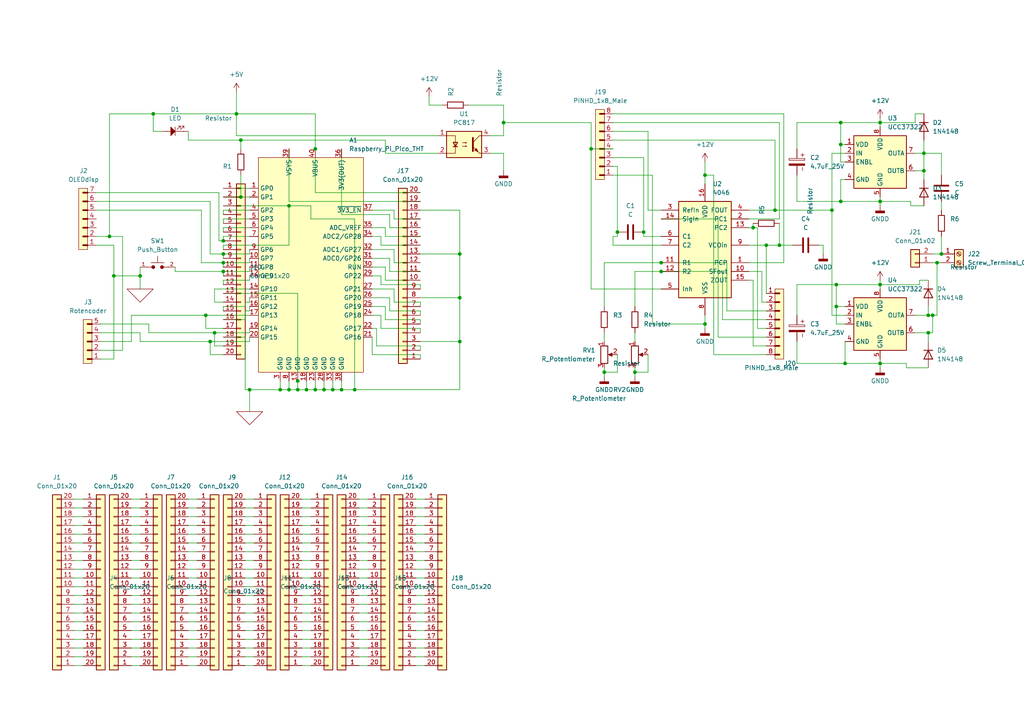
<source format=kicad_sch>
(kicad_sch (version 20230121) (generator eeschema)
  (paper "A4")
  (junction (at 91.44 43.18))
  (junction (at 204.47 93.98))
  (junction (at 99.06 113.03))
  (junction (at 64.77 73.66))
  (junction (at 255.27 105.41))
  (junction (at 86.36 110.49))
  (junction (at 171.45 43.18))
  (junction (at 255.27 82.55))
  (junction (at 83.82 59.69))
  (junction (at 191.77 78.74))
  (junction (at 241.3 60.96))
  (junction (at 269.24 96.52))
  (junction (at 96.52 113.03))
  (junction (at 191.77 76.2))
  (junction (at 271.78 76.2))
  (junction (at 186.69 67.31))
  (junction (at 81.28 113.03))
  (junction (at 267.97 49.53))
  (junction (at 204.47 50.8))
  (junction (at 72.39 113.03))
  (junction (at 133.35 86.36))
  (junction (at 270.51 91.44))
  (junction (at 218.44 66.04))
  (junction (at 44.45 33.02))
  (junction (at 267.97 44.45))
  (junction (at 222.25 71.12))
  (junction (at 40.64 80.01))
  (junction (at 64.77 69.85))
  (junction (at 242.57 88.9))
  (junction (at 91.44 113.03))
  (junction (at 242.57 82.55))
  (junction (at 33.02 80.01))
  (junction (at 62.23 96.52))
  (junction (at 243.84 58.42))
  (junction (at 273.05 73.66))
  (junction (at 245.11 105.41))
  (junction (at 69.85 57.15))
  (junction (at 64.77 76.2))
  (junction (at 146.05 35.56))
  (junction (at 102.87 113.03))
  (junction (at 226.06 71.12))
  (junction (at 184.15 107.95))
  (junction (at 133.35 99.06))
  (junction (at 68.58 33.02))
  (junction (at 83.82 113.03))
  (junction (at 224.79 60.96))
  (junction (at 93.98 113.03))
  (junction (at 31.75 68.58))
  (junction (at 175.26 107.95))
  (junction (at 133.35 73.66))
  (junction (at 255.27 35.56))
  (junction (at 88.9 113.03))
  (junction (at 243.84 41.91))
  (junction (at 243.84 35.56))
  (junction (at 255.27 58.42))
  (junction (at 269.24 91.44))
  (junction (at 64.77 78.74))
  (junction (at 69.85 40.64))
  (junction (at 86.36 113.03))
  (junction (at 59.69 91.44))
  (junction (at 60.96 99.06))
  (junction (at 179.07 67.31))
  (wire (pts (xy 177.8 50.8) (xy 189.23 50.8)))
  (wire (pts (xy 54.61 185.42) (xy 57.15 185.42)))
  (wire (pts (xy 120.65 177.8) (xy 123.19 177.8)))
  (wire (pts (xy 38.1 162.56) (xy 40.64 162.56)))
  (wire (pts (xy 91.44 33.02) (xy 91.44 43.18)))
  (wire (pts (xy 104.14 180.34) (xy 106.68 180.34)))
  (wire (pts (xy 64.77 69.85) (xy 63.5 69.85)))
  (wire (pts (xy 44.45 38.1) (xy 46.99 38.1)))
  (wire (pts (xy 217.17 78.74) (xy 220.98 78.74)))
  (wire (pts (xy 91.44 110.49) (xy 91.44 113.03)))
  (wire (pts (xy 231.14 50.8) (xy 231.14 58.42)))
  (wire (pts (xy 64.77 71.12) (xy 83.82 71.12)))
  (wire (pts (xy 87.63 190.5) (xy 90.17 190.5)))
  (wire (pts (xy 124.46 27.94) (xy 124.46 30.48)))
  (wire (pts (xy 184.15 107.95) (xy 184.15 109.22)))
  (wire (pts (xy 208.28 97.79) (xy 208.28 63.5)))
  (wire (pts (xy 87.63 175.26) (xy 90.17 175.26)))
  (wire (pts (xy 242.57 82.55) (xy 242.57 88.9)))
  (wire (pts (xy 187.96 107.95) (xy 187.96 102.87)))
  (wire (pts (xy 262.89 106.68) (xy 262.89 105.41)))
  (wire (pts (xy 64.77 72.39) (xy 64.77 71.12)))
  (wire (pts (xy 71.12 149.86) (xy 73.66 149.86)))
  (wire (pts (xy 184.15 96.52) (xy 184.15 99.06)))
  (wire (pts (xy 222.25 71.12) (xy 222.25 85.09)))
  (wire (pts (xy 264.16 59.69) (xy 264.16 58.42)))
  (wire (pts (xy 54.61 147.32) (xy 57.15 147.32)))
  (wire (pts (xy 120.65 165.1) (xy 123.19 165.1)))
  (wire (pts (xy 104.14 170.18) (xy 106.68 170.18)))
  (wire (pts (xy 121.92 96.52) (xy 121.92 95.25)))
  (wire (pts (xy 114.3 72.39) (xy 107.95 72.39)))
  (wire (pts (xy 81.28 113.03) (xy 81.28 110.49)))
  (wire (pts (xy 40.64 80.01) (xy 40.64 83.82)))
  (wire (pts (xy 187.96 60.96) (xy 187.96 38.1)))
  (wire (pts (xy 72.39 68.58) (xy 64.77 68.58)))
  (wire (pts (xy 71.12 113.03) (xy 72.39 113.03)))
  (wire (pts (xy 110.49 82.55) (xy 110.49 80.01)))
  (wire (pts (xy 64.77 57.15) (xy 69.85 57.15)))
  (wire (pts (xy 267.97 33.02) (xy 265.43 33.02)))
  (wire (pts (xy 87.63 157.48) (xy 90.17 157.48)))
  (wire (pts (xy 62.23 83.82) (xy 62.23 87.63)))
  (wire (pts (xy 21.59 162.56) (xy 24.13 162.56)))
  (wire (pts (xy 191.77 78.74) (xy 184.15 78.74)))
  (wire (pts (xy 243.84 52.07) (xy 243.84 58.42)))
  (wire (pts (xy 121.92 99.06) (xy 133.35 99.06)))
  (wire (pts (xy 21.59 193.04) (xy 24.13 193.04)))
  (wire (pts (xy 38.1 172.72) (xy 40.64 172.72)))
  (wire (pts (xy 267.97 49.53) (xy 267.97 44.45)))
  (wire (pts (xy 186.69 67.31) (xy 186.69 68.58)))
  (wire (pts (xy 120.65 182.88) (xy 123.19 182.88)))
  (wire (pts (xy 104.14 160.02) (xy 106.68 160.02)))
  (wire (pts (xy 87.63 193.04) (xy 90.17 193.04)))
  (wire (pts (xy 69.85 40.64) (xy 54.61 40.64)))
  (wire (pts (xy 107.95 102.87) (xy 107.95 97.79)))
  (wire (pts (xy 113.03 90.17) (xy 113.03 86.36)))
  (wire (pts (xy 121.92 83.82) (xy 121.92 82.55)))
  (wire (pts (xy 58.42 60.96) (xy 27.94 60.96)))
  (wire (pts (xy 273.05 44.45) (xy 273.05 50.8)))
  (wire (pts (xy 217.17 60.96) (xy 224.79 60.96)))
  (wire (pts (xy 245.11 93.98) (xy 242.57 93.98)))
  (wire (pts (xy 104.14 172.72) (xy 106.68 172.72)))
  (wire (pts (xy 264.16 58.42) (xy 255.27 58.42)))
  (wire (pts (xy 179.07 67.31) (xy 179.07 68.58)))
  (wire (pts (xy 72.39 76.2) (xy 64.77 76.2)))
  (wire (pts (xy 69.85 40.64) (xy 69.85 43.18)))
  (wire (pts (xy 87.63 165.1) (xy 90.17 165.1)))
  (wire (pts (xy 110.49 91.44) (xy 107.95 91.44)))
  (wire (pts (xy 72.39 63.5) (xy 64.77 63.5)))
  (wire (pts (xy 62.23 96.52) (xy 43.18 96.52)))
  (wire (pts (xy 270.51 91.44) (xy 271.78 91.44)))
  (wire (pts (xy 87.63 182.88) (xy 90.17 182.88)))
  (wire (pts (xy 68.58 26.67) (xy 68.58 33.02)))
  (wire (pts (xy 38.1 187.96) (xy 40.64 187.96)))
  (wire (pts (xy 255.27 35.56) (xy 255.27 36.83)))
  (wire (pts (xy 120.65 160.02) (xy 123.19 160.02)))
  (wire (pts (xy 71.12 180.34) (xy 73.66 180.34)))
  (wire (pts (xy 43.18 93.98) (xy 43.18 96.52)))
  (wire (pts (xy 71.12 92.71) (xy 71.12 90.17)))
  (wire (pts (xy 83.82 71.12) (xy 83.82 59.69)))
  (wire (pts (xy 27.94 71.12) (xy 33.02 71.12)))
  (wire (pts (xy 38.1 170.18) (xy 40.64 170.18)))
  (wire (pts (xy 68.58 33.02) (xy 91.44 33.02)))
  (wire (pts (xy 269.24 96.52) (xy 265.43 96.52)))
  (wire (pts (xy 64.77 66.04) (xy 64.77 67.31)))
  (wire (pts (xy 104.14 185.42) (xy 106.68 185.42)))
  (wire (pts (xy 86.36 110.49) (xy 86.36 113.03)))
  (wire (pts (xy 242.57 82.55) (xy 255.27 82.55)))
  (wire (pts (xy 87.63 167.64) (xy 90.17 167.64)))
  (wire (pts (xy 83.82 59.69) (xy 90.17 59.69)))
  (wire (pts (xy 72.39 97.79) (xy 72.39 99.06)))
  (wire (pts (xy 64.77 88.9) (xy 64.77 90.17)))
  (wire (pts (xy 241.3 44.45) (xy 245.11 44.45)))
  (wire (pts (xy 227.33 76.2) (xy 217.17 76.2)))
  (wire (pts (xy 242.57 88.9) (xy 242.57 93.98)))
  (wire (pts (xy 243.84 58.42) (xy 255.27 58.42)))
  (wire (pts (xy 64.77 97.79) (xy 71.12 97.79)))
  (wire (pts (xy 104.14 187.96) (xy 106.68 187.96)))
  (wire (pts (xy 71.12 90.17) (xy 72.39 90.17)))
  (wire (pts (xy 50.8 78.74) (xy 50.8 77.47)))
  (wire (pts (xy 38.1 160.02) (xy 40.64 160.02)))
  (wire (pts (xy 87.63 147.32) (xy 90.17 147.32)))
  (wire (pts (xy 104.14 157.48) (xy 106.68 157.48)))
  (wire (pts (xy 38.1 149.86) (xy 40.64 149.86)))
  (wire (pts (xy 72.39 91.44) (xy 59.69 91.44)))
  (wire (pts (xy 231.14 43.18) (xy 231.14 35.56)))
  (wire (pts (xy 72.39 74.93) (xy 72.39 76.2)))
  (wire (pts (xy 44.45 33.02) (xy 31.75 33.02)))
  (wire (pts (xy 33.02 104.14) (xy 29.21 104.14)))
  (wire (pts (xy 96.52 110.49) (xy 96.52 113.03)))
  (wire (pts (xy 217.17 71.12) (xy 222.25 71.12)))
  (wire (pts (xy 38.1 147.32) (xy 40.64 147.32)))
  (wire (pts (xy 267.97 40.64) (xy 267.97 44.45)))
  (wire (pts (xy 265.43 91.44) (xy 269.24 91.44)))
  (wire (pts (xy 64.77 68.58) (xy 64.77 69.85)))
  (wire (pts (xy 35.56 68.58) (xy 31.75 68.58)))
  (wire (pts (xy 187.96 38.1) (xy 177.8 38.1)))
  (wire (pts (xy 226.06 35.56) (xy 177.8 35.56)))
  (wire (pts (xy 269.24 81.28) (xy 266.7 81.28)))
  (wire (pts (xy 121.92 86.36) (xy 133.35 86.36)))
  (wire (pts (xy 226.06 63.5) (xy 226.06 35.56)))
  (wire (pts (xy 104.14 152.4) (xy 106.68 152.4)))
  (wire (pts (xy 265.43 33.02) (xy 265.43 35.56)))
  (wire (pts (xy 104.14 144.78) (xy 106.68 144.78)))
  (wire (pts (xy 104.14 147.32) (xy 106.68 147.32)))
  (wire (pts (xy 270.51 96.52) (xy 269.24 96.52)))
  (wire (pts (xy 226.06 71.12) (xy 229.87 71.12)))
  (wire (pts (xy 266.7 81.28) (xy 266.7 82.55)))
  (wire (pts (xy 102.87 63.5) (xy 102.87 113.03)))
  (wire (pts (xy 54.61 152.4) (xy 57.15 152.4)))
  (wire (pts (xy 269.24 88.9) (xy 269.24 91.44)))
  (wire (pts (xy 238.76 71.12) (xy 238.76 73.66)))
  (wire (pts (xy 224.79 60.96) (xy 241.3 60.96)))
  (wire (pts (xy 120.65 185.42) (xy 123.19 185.42)))
  (wire (pts (xy 121.92 90.17) (xy 113.03 90.17)))
  (wire (pts (xy 71.12 190.5) (xy 73.66 190.5)))
  (wire (pts (xy 171.45 35.56) (xy 146.05 35.56)))
  (wire (pts (xy 21.59 190.5) (xy 24.13 190.5)))
  (wire (pts (xy 104.14 177.8) (xy 106.68 177.8)))
  (wire (pts (xy 245.11 88.9) (xy 242.57 88.9)))
  (wire (pts (xy 255.27 105.41) (xy 255.27 104.14)))
  (wire (pts (xy 110.49 95.25) (xy 110.49 91.44)))
  (wire (pts (xy 104.14 149.86) (xy 106.68 149.86)))
  (wire (pts (xy 71.12 177.8) (xy 73.66 177.8)))
  (wire (pts (xy 33.02 80.01) (xy 40.64 80.01)))
  (wire (pts (xy 71.12 170.18) (xy 73.66 170.18)))
  (wire (pts (xy 207.01 50.8) (xy 204.47 50.8)))
  (wire (pts (xy 245.11 99.06) (xy 245.11 105.41)))
  (wire (pts (xy 177.8 71.12) (xy 177.8 68.58)))
  (wire (pts (xy 133.35 86.36) (xy 133.35 73.66)))
  (wire (pts (xy 71.12 97.79) (xy 71.12 113.03)))
  (wire (pts (xy 222.25 71.12) (xy 226.06 71.12)))
  (wire (pts (xy 231.14 91.44) (xy 231.14 82.55)))
  (wire (pts (xy 63.5 69.85) (xy 63.5 55.88)))
  (wire (pts (xy 104.14 175.26) (xy 106.68 175.26)))
  (wire (pts (xy 113.03 78.74) (xy 113.03 74.93)))
  (wire (pts (xy 99.06 113.03) (xy 102.87 113.03)))
  (wire (pts (xy 120.65 193.04) (xy 123.19 193.04)))
  (wire (pts (xy 62.23 100.33) (xy 64.77 100.33)))
  (wire (pts (xy 83.82 110.49) (xy 83.82 113.03)))
  (wire (pts (xy 114.3 63.5) (xy 114.3 60.96)))
  (wire (pts (xy 71.12 154.94) (xy 73.66 154.94)))
  (wire (pts (xy 21.59 160.02) (xy 24.13 160.02)))
  (wire (pts (xy 243.84 35.56) (xy 255.27 35.56)))
  (wire (pts (xy 83.82 113.03) (xy 81.28 113.03)))
  (wire (pts (xy 146.05 44.45) (xy 146.05 49.53)))
  (wire (pts (xy 121.92 100.33) (xy 109.22 100.33)))
  (wire (pts (xy 63.5 55.88) (xy 27.94 55.88)))
  (wire (pts (xy 71.12 182.88) (xy 73.66 182.88)))
  (wire (pts (xy 54.61 149.86) (xy 57.15 149.86)))
  (wire (pts (xy 90.17 63.5) (xy 102.87 63.5)))
  (wire (pts (xy 121.92 93.98) (xy 121.92 92.71)))
  (wire (pts (xy 71.12 167.64) (xy 73.66 167.64)))
  (wire (pts (xy 54.61 170.18) (xy 57.15 170.18)))
  (wire (pts (xy 120.65 187.96) (xy 123.19 187.96)))
  (wire (pts (xy 224.79 40.64) (xy 224.79 60.96)))
  (wire (pts (xy 54.61 190.5) (xy 57.15 190.5)))
  (wire (pts (xy 54.61 177.8) (xy 57.15 177.8)))
  (wire (pts (xy 87.63 149.86) (xy 90.17 149.86)))
  (wire (pts (xy 265.43 35.56) (xy 255.27 35.56)))
  (wire (pts (xy 86.36 85.09) (xy 64.77 85.09)))
  (wire (pts (xy 177.8 48.26) (xy 179.07 48.26)))
  (wire (pts (xy 218.44 66.04) (xy 217.17 66.04)))
  (wire (pts (xy 204.47 46.99) (xy 204.47 50.8)))
  (wire (pts (xy 266.7 82.55) (xy 255.27 82.55)))
  (wire (pts (xy 231.14 35.56) (xy 243.84 35.56)))
  (wire (pts (xy 64.77 76.2) (xy 64.77 77.47)))
  (wire (pts (xy 38.1 193.04) (xy 40.64 193.04)))
  (wire (pts (xy 88.9 113.03) (xy 86.36 113.03)))
  (wire (pts (xy 87.63 160.02) (xy 90.17 160.02)))
  (wire (pts (xy 87.63 187.96) (xy 90.17 187.96)))
  (wire (pts (xy 21.59 177.8) (xy 24.13 177.8)))
  (wire (pts (xy 54.61 157.48) (xy 57.15 157.48)))
  (wire (pts (xy 21.59 172.72) (xy 24.13 172.72)))
  (wire (pts (xy 222.25 102.87) (xy 207.01 102.87)))
  (wire (pts (xy 104.14 165.1) (xy 106.68 165.1)))
  (wire (pts (xy 64.77 78.74) (xy 64.77 80.01)))
  (wire (pts (xy 71.12 144.78) (xy 73.66 144.78)))
  (wire (pts (xy 59.69 95.25) (xy 59.69 91.44)))
  (wire (pts (xy 110.49 71.12) (xy 121.92 71.12)))
  (wire (pts (xy 87.63 144.78) (xy 90.17 144.78)))
  (wire (pts (xy 54.61 167.64) (xy 57.15 167.64)))
  (wire (pts (xy 217.17 63.5) (xy 226.06 63.5)))
  (wire (pts (xy 29.21 101.6) (xy 35.56 101.6)))
  (wire (pts (xy 87.63 154.94) (xy 90.17 154.94)))
  (wire (pts (xy 177.8 45.72) (xy 186.69 45.72)))
  (wire (pts (xy 191.77 83.82) (xy 171.45 83.82)))
  (wire (pts (xy 120.65 144.78) (xy 123.19 144.78)))
  (wire (pts (xy 60.96 102.87) (xy 64.77 102.87)))
  (wire (pts (xy 54.61 180.34) (xy 57.15 180.34)))
  (wire (pts (xy 222.25 90.17) (xy 210.82 90.17)))
  (wire (pts (xy 72.39 78.74) (xy 64.77 78.74)))
  (wire (pts (xy 64.77 76.2) (xy 58.42 76.2)))
  (wire (pts (xy 71.12 193.04) (xy 73.66 193.04)))
  (wire (pts (xy 87.63 177.8) (xy 90.17 177.8)))
  (wire (pts (xy 120.65 149.86) (xy 123.19 149.86)))
  (wire (pts (xy 209.55 92.71) (xy 209.55 78.74)))
  (wire (pts (xy 72.39 80.01) (xy 72.39 81.28)))
  (wire (pts (xy 267.97 59.69) (xy 264.16 59.69)))
  (wire (pts (xy 226.06 64.77) (xy 226.06 71.12)))
  (wire (pts (xy 87.63 162.56) (xy 90.17 162.56)))
  (wire (pts (xy 91.44 43.18) (xy 91.44 55.88)))
  (wire (pts (xy 71.12 187.96) (xy 73.66 187.96)))
  (wire (pts (xy 99.06 62.23) (xy 99.06 43.18)))
  (wire (pts (xy 54.61 175.26) (xy 57.15 175.26)))
  (wire (pts (xy 72.39 90.17) (xy 72.39 88.9)))
  (wire (pts (xy 222.25 97.79) (xy 208.28 97.79)))
  (wire (pts (xy 86.36 113.03) (xy 83.82 113.03)))
  (wire (pts (xy 267.97 44.45) (xy 273.05 44.45)))
  (wire (pts (xy 21.59 144.78) (xy 24.13 144.78)))
  (wire (pts (xy 43.18 93.98) (xy 29.21 93.98)))
  (wire (pts (xy 241.3 91.44) (xy 241.3 60.96)))
  (wire (pts (xy 72.39 72.39) (xy 72.39 73.66)))
  (wire (pts (xy 54.61 172.72) (xy 57.15 172.72)))
  (wire (pts (xy 38.1 167.64) (xy 40.64 167.64)))
  (wire (pts (xy 71.12 160.02) (xy 73.66 160.02)))
  (wire (pts (xy 175.26 106.68) (xy 175.26 107.95)))
  (wire (pts (xy 40.64 96.52) (xy 40.64 99.06)))
  (wire (pts (xy 146.05 39.37) (xy 146.05 35.56)))
  (wire (pts (xy 60.96 99.06) (xy 40.64 99.06)))
  (wire (pts (xy 245.11 105.41) (xy 255.27 105.41)))
  (wire (pts (xy 88.9 110.49) (xy 88.9 113.03)))
  (wire (pts (xy 104.14 162.56) (xy 106.68 162.56)))
  (wire (pts (xy 245.11 52.07) (xy 243.84 52.07)))
  (wire (pts (xy 60.96 73.66) (xy 60.96 58.42)))
  (wire (pts (xy 186.69 45.72) (xy 186.69 67.31)))
  (wire (pts (xy 231.14 82.55) (xy 242.57 82.55)))
  (wire (pts (xy 111.76 66.04) (xy 107.95 66.04)))
  (wire (pts (xy 38.1 91.44) (xy 38.1 99.06)))
  (wire (pts (xy 64.77 95.25) (xy 59.69 95.25)))
  (wire (pts (xy 111.76 92.71) (xy 111.76 88.9)))
  (wire (pts (xy 120.65 167.64) (xy 123.19 167.64)))
  (wire (pts (xy 110.49 68.58) (xy 110.49 71.12)))
  (wire (pts (xy 262.89 105.41) (xy 255.27 105.41)))
  (wire (pts (xy 54.61 144.78) (xy 57.15 144.78)))
  (wire (pts (xy 177.8 40.64) (xy 224.79 40.64)))
  (wire (pts (xy 146.05 30.48) (xy 146.05 35.56)))
  (wire (pts (xy 21.59 167.64) (xy 24.13 167.64)))
  (wire (pts (xy 71.12 152.4) (xy 73.66 152.4)))
  (wire (pts (xy 210.82 90.17) (xy 210.82 76.2)))
  (wire (pts (xy 111.76 40.64) (xy 111.76 44.45)))
  (wire (pts (xy 191.77 76.2) (xy 175.26 76.2)))
  (wire (pts (xy 114.3 83.82) (xy 107.95 83.82)))
  (wire (pts (xy 255.27 34.29) (xy 255.27 35.56)))
  (wire (pts (xy 64.77 73.66) (xy 60.96 73.66)))
  (wire (pts (xy 71.12 88.9) (xy 64.77 88.9)))
  (wire (pts (xy 121.92 87.63) (xy 114.3 87.63)))
  (wire (pts (xy 72.39 83.82) (xy 62.23 83.82)))
  (wire (pts (xy 219.71 66.04) (xy 218.44 66.04)))
  (wire (pts (xy 186.69 68.58) (xy 191.77 68.58)))
  (wire (pts (xy 124.46 30.48) (xy 128.27 30.48)))
  (wire (pts (xy 38.1 177.8) (xy 40.64 177.8)))
  (wire (pts (xy 120.65 190.5) (xy 123.19 190.5)))
  (wire (pts (xy 222.25 100.33) (xy 218.44 100.33)))
  (wire (pts (xy 209.55 78.74) (xy 191.77 78.74)))
  (wire (pts (xy 59.69 91.44) (xy 38.1 91.44)))
  (wire (pts (xy 218.44 64.77) (xy 218.44 66.04)))
  (wire (pts (xy 62.23 87.63) (xy 64.77 87.63)))
  (wire (pts (xy 270.51 91.44) (xy 270.51 96.52)))
  (wire (pts (xy 133.35 73.66) (xy 133.35 60.96)))
  (wire (pts (xy 54.61 40.64) (xy 54.61 38.1)))
  (wire (pts (xy 38.1 175.26) (xy 40.64 175.26)))
  (wire (pts (xy 120.65 152.4) (xy 123.19 152.4)))
  (wire (pts (xy 120.65 147.32) (xy 123.19 147.32)))
  (wire (pts (xy 265.43 44.45) (xy 267.97 44.45)))
  (wire (pts (xy 114.3 76.2) (xy 114.3 72.39)))
  (wire (pts (xy 54.61 193.04) (xy 57.15 193.04)))
  (wire (pts (xy 111.76 77.47) (xy 107.95 77.47)))
  (wire (pts (xy 184.15 78.74) (xy 184.15 88.9)))
  (wire (pts (xy 33.02 80.01) (xy 33.02 104.14)))
  (wire (pts (xy 69.85 57.15) (xy 72.39 57.15)))
  (wire (pts (xy 35.56 101.6) (xy 35.56 68.58)))
  (wire (pts (xy 83.82 58.42) (xy 83.82 43.18)))
  (wire (pts (xy 38.1 144.78) (xy 40.64 144.78)))
  (wire (pts (xy 133.35 99.06) (xy 133.35 86.36)))
  (wire (pts (xy 175.26 96.52) (xy 175.26 99.06)))
  (wire (pts (xy 104.14 190.5) (xy 106.68 190.5)))
  (wire (pts (xy 87.63 170.18) (xy 90.17 170.18)))
  (wire (pts (xy 40.64 77.47) (xy 40.64 80.01)))
  (wire (pts (xy 68.58 33.02) (xy 44.45 33.02)))
  (wire (pts (xy 111.76 44.45) (xy 127 44.45)))
  (wire (pts (xy 104.14 167.64) (xy 106.68 167.64)))
  (wire (pts (xy 121.92 101.6) (xy 121.92 100.33)))
  (wire (pts (xy 204.47 91.44) (xy 204.47 93.98)))
  (wire (pts (xy 265.43 49.53) (xy 267.97 49.53)))
  (wire (pts (xy 231.14 58.42) (xy 243.84 58.42)))
  (wire (pts (xy 218.44 100.33) (xy 218.44 81.28)))
  (wire (pts (xy 64.77 63.5) (xy 64.77 64.77)))
  (wire (pts (xy 113.03 66.04) (xy 113.03 62.23)))
  (wire (pts (xy 114.3 87.63) (xy 114.3 83.82)))
  (wire (pts (xy 175.26 107.95) (xy 175.26 109.22)))
  (wire (pts (xy 121.92 68.58) (xy 111.76 68.58)))
  (wire (pts (xy 189.23 93.98) (xy 204.47 93.98)))
  (wire (pts (xy 21.59 170.18) (xy 24.13 170.18)))
  (wire (pts (xy 121.92 82.55) (xy 110.49 82.55)))
  (wire (pts (xy 227.33 33.02) (xy 227.33 76.2)))
  (wire (pts (xy 121.92 95.25) (xy 110.49 95.25)))
  (wire (pts (xy 71.12 165.1) (xy 73.66 165.1)))
  (wire (pts (xy 86.36 85.09) (xy 86.36 110.49)))
  (wire (pts (xy 71.12 87.63) (xy 71.12 88.9)))
  (wire (pts (xy 72.39 66.04) (xy 64.77 66.04)))
  (wire (pts (xy 71.12 175.26) (xy 73.66 175.26)))
  (wire (pts (xy 60.96 58.42) (xy 27.94 58.42)))
  (wire (pts (xy 90.17 59.69) (xy 90.17 63.5)))
  (wire (pts (xy 171.45 83.82) (xy 171.45 43.18)))
  (wire (pts (xy 104.14 182.88) (xy 106.68 182.88)))
  (wire (pts (xy 72.39 113.03) (xy 81.28 113.03)))
  (wire (pts (xy 184.15 106.68) (xy 184.15 107.95)))
  (wire (pts (xy 102.87 113.03) (xy 133.35 113.03)))
  (wire (pts (xy 38.1 182.88) (xy 40.64 182.88)))
  (wire (pts (xy 64.77 60.96) (xy 64.77 62.23)))
  (wire (pts (xy 218.44 81.28) (xy 217.17 81.28)))
  (wire (pts (xy 207.01 102.87) (xy 207.01 50.8)))
  (wire (pts (xy 121.92 63.5) (xy 114.3 63.5)))
  (wire (pts (xy 177.8 68.58) (xy 179.07 68.58)))
  (wire (pts (xy 38.1 154.94) (xy 40.64 154.94)))
  (wire (pts (xy 121.92 73.66) (xy 133.35 73.66)))
  (wire (pts (xy 121.92 102.87) (xy 107.95 102.87)))
  (wire (pts (xy 121.92 81.28) (xy 111.76 81.28)))
  (wire (pts (xy 72.39 99.06) (xy 60.96 99.06)))
  (wire (pts (xy 269.24 91.44) (xy 270.51 91.44)))
  (wire (pts (xy 72.39 119.38) (xy 72.39 113.03)))
  (wire (pts (xy 121.92 58.42) (xy 83.82 58.42)))
  (wire (pts (xy 109.22 100.33) (xy 109.22 95.25)))
  (wire (pts (xy 54.61 165.1) (xy 57.15 165.1)))
  (wire (pts (xy 54.61 160.02) (xy 57.15 160.02)))
  (wire (pts (xy 91.44 113.03) (xy 93.98 113.03)))
  (wire (pts (xy 171.45 43.18) (xy 171.45 35.56)))
  (wire (pts (xy 219.71 66.04) (xy 219.71 95.25)))
  (wire (pts (xy 245.11 41.91) (xy 243.84 41.91)))
  (wire (pts (xy 38.1 185.42) (xy 40.64 185.42)))
  (wire (pts (xy 111.76 81.28) (xy 111.76 77.47)))
  (wire (pts (xy 120.65 180.34) (xy 123.19 180.34)))
  (wire (pts (xy 87.63 185.42) (xy 90.17 185.42)))
  (wire (pts (xy 40.64 96.52) (xy 29.21 96.52)))
  (wire (pts (xy 21.59 147.32) (xy 24.13 147.32)))
  (wire (pts (xy 71.12 162.56) (xy 73.66 162.56)))
  (wire (pts (xy 204.47 50.8) (xy 204.47 53.34)))
  (wire (pts (xy 72.39 60.96) (xy 64.77 60.96)))
  (wire (pts (xy 21.59 154.94) (xy 24.13 154.94)))
  (wire (pts (xy 54.61 154.94) (xy 57.15 154.94)))
  (wire (pts (xy 269.24 96.52) (xy 269.24 99.06)))
  (wire (pts (xy 135.89 30.48) (xy 146.05 30.48)))
  (wire (pts (xy 142.24 44.45) (xy 146.05 44.45)))
  (wire (pts (xy 72.39 77.47) (xy 72.39 78.74)))
  (wire (pts (xy 104.14 193.04) (xy 106.68 193.04)))
  (wire (pts (xy 210.82 76.2) (xy 191.77 76.2)))
  (wire (pts (xy 113.03 74.93) (xy 107.95 74.93)))
  (wire (pts (xy 21.59 187.96) (xy 24.13 187.96)))
  (wire (pts (xy 87.63 172.72) (xy 90.17 172.72)))
  (wire (pts (xy 270.51 73.66) (xy 273.05 73.66)))
  (wire (pts (xy 54.61 182.88) (xy 57.15 182.88)))
  (wire (pts (xy 64.77 73.66) (xy 64.77 74.93)))
  (wire (pts (xy 91.44 113.03) (xy 88.9 113.03)))
  (wire (pts (xy 87.63 152.4) (xy 90.17 152.4)))
  (wire (pts (xy 96.52 113.03) (xy 99.06 113.03)))
  (wire (pts (xy 204.47 93.98) (xy 204.47 95.25)))
  (wire (pts (xy 222.25 92.71) (xy 209.55 92.71)))
  (wire (pts (xy 175.26 76.2) (xy 175.26 88.9)))
  (wire (pts (xy 179.07 48.26) (xy 179.07 67.31)))
  (wire (pts (xy 120.65 157.48) (xy 123.19 157.48)))
  (wire (pts (xy 38.1 99.06) (xy 29.21 99.06)))
  (wire (pts (xy 243.84 41.91) (xy 243.84 35.56)))
  (wire (pts (xy 64.77 92.71) (xy 71.12 92.71)))
  (wire (pts (xy 255.27 81.28) (xy 255.27 82.55)))
  (wire (pts (xy 113.03 62.23) (xy 99.06 62.23)))
  (wire (pts (xy 44.45 33.02) (xy 44.45 38.1)))
  (wire (pts (xy 31.75 33.02) (xy 31.75 68.58)))
  (wire (pts (xy 58.42 76.2) (xy 58.42 60.96)))
  (wire (pts (xy 184.15 107.95) (xy 187.96 107.95)))
  (wire (pts (xy 21.59 165.1) (xy 24.13 165.1)))
  (wire (pts (xy 255.27 105.41) (xy 255.27 106.68)))
  (wire (pts (xy 121.92 91.44) (xy 121.92 90.17)))
  (wire (pts (xy 179.07 102.87) (xy 179.07 107.95)))
  (wire (pts (xy 121.92 104.14) (xy 121.92 102.87)))
  (wire (pts (xy 120.65 162.56) (xy 123.19 162.56)))
  (wire (pts (xy 241.3 60.96) (xy 241.3 44.45)))
  (wire (pts (xy 245.11 46.99) (xy 243.84 46.99)))
  (wire (pts (xy 71.12 157.48) (xy 73.66 157.48)))
  (wire (pts (xy 171.45 43.18) (xy 177.8 43.18)))
  (wire (pts (xy 146.05 39.37) (xy 142.24 39.37)))
  (wire (pts (xy 109.22 95.25) (xy 107.95 95.25)))
  (wire (pts (xy 21.59 157.48) (xy 24.13 157.48)))
  (wire (pts (xy 120.65 154.94) (xy 123.19 154.94)))
  (wire (pts (xy 71.12 147.32) (xy 73.66 147.32)))
  (wire (pts (xy 245.11 91.44) (xy 241.3 91.44)))
  (wire (pts (xy 38.1 190.5) (xy 40.64 190.5)))
  (wire (pts (xy 38.1 165.1) (xy 40.64 165.1)))
  (wire (pts (xy 127 39.37) (xy 68.58 39.37)))
  (wire (pts (xy 38.1 180.34) (xy 40.64 180.34)))
  (wire (pts (xy 72.39 96.52) (xy 62.23 96.52)))
  (wire (pts (xy 177.8 33.02) (xy 227.33 33.02)))
  (wire (pts (xy 245.11 105.41) (xy 231.14 105.41)))
  (wire (pts (xy 220.98 78.74) (xy 220.98 87.63)))
  (wire (pts (xy 133.35 60.96) (xy 121.92 60.96)))
  (wire (pts (xy 255.27 82.55) (xy 255.27 83.82)))
  (wire (pts (xy 113.03 86.36) (xy 107.95 86.36)))
  (wire (pts (xy 271.78 91.44) (xy 271.78 76.2)))
  (wire (pts (xy 269.24 106.68) (xy 262.89 106.68)))
  (wire (pts (xy 21.59 149.86) (xy 24.13 149.86)))
  (wire (pts (xy 93.98 113.03) (xy 96.52 113.03)))
  (wire (pts (xy 267.97 49.53) (xy 267.97 52.07)))
  (wire (pts (xy 21.59 175.26) (xy 24.13 175.26)))
  (wire (pts (xy 237.49 71.12) (xy 238.76 71.12)))
  (wire (pts (xy 68.58 39.37) (xy 68.58 33.02)))
  (wire (pts (xy 208.28 63.5) (xy 191.77 63.5)))
  (wire (pts (xy 69.85 40.64) (xy 111.76 40.64)))
  (wire (pts (xy 121.92 92.71) (xy 111.76 92.71)))
  (wire (pts (xy 191.77 60.96) (xy 187.96 60.96)))
  (wire (pts (xy 31.75 68.58) (xy 27.94 68.58)))
  (wire (pts (xy 21.59 180.34) (xy 24.13 180.34)))
  (wire (pts (xy 121.92 88.9) (xy 121.92 87.63)))
  (wire (pts (xy 54.61 187.96) (xy 57.15 187.96)))
  (wire (pts (xy 220.98 87.63) (xy 222.25 87.63)))
  (wire (pts (xy 231.14 105.41) (xy 231.14 99.06)))
  (wire (pts (xy 64.77 59.69) (xy 83.82 59.69)))
  (wire (pts (xy 191.77 71.12) (xy 177.8 71.12)))
  (wire (pts (xy 21.59 152.4) (xy 24.13 152.4)))
  (wire (pts (xy 111.76 88.9) (xy 107.95 88.9)))
  (wire (pts (xy 273.05 68.58) (xy 273.05 73.66)))
  (wire (pts (xy 72.39 81.28) (xy 64.77 81.28)))
  (wire (pts (xy 189.23 50.8) (xy 189.23 93.98)))
  (wire (pts (xy 255.27 58.42) (xy 255.27 59.69)))
  (wire (pts (xy 54.61 162.56) (xy 57.15 162.56)))
  (wire (pts (xy 21.59 182.88) (xy 24.13 182.88)))
  (wire (pts (xy 62.23 96.52) (xy 62.23 100.33)))
  (wire (pts (xy 72.39 86.36) (xy 72.39 87.63)))
  (wire (pts (xy 33.02 71.12) (xy 33.02 80.01)))
  (wire (pts (xy 91.44 55.88) (xy 121.92 55.88)))
  (wire (pts (xy 121.92 66.04) (xy 113.03 66.04)))
  (wire (pts (xy 120.65 172.72) (xy 123.19 172.72)))
  (wire (pts (xy 64.77 54.61) (xy 72.39 54.61)))
  (wire (pts (xy 111.76 68.58) (xy 111.76 66.04)))
  (wire (pts (xy 110.49 80.01) (xy 107.95 80.01)))
  (wire (pts (xy 71.12 172.72) (xy 73.66 172.72)))
  (wire (pts (xy 243.84 41.91) (xy 243.84 46.99)))
  (wire (pts (xy 222.25 95.25) (xy 219.71 95.25)))
  (wire (pts (xy 38.1 157.48) (xy 40.64 157.48)))
  (wire (pts (xy 21.59 185.42) (xy 24.13 185.42)))
  (wire (pts (xy 179.07 107.95) (xy 175.26 107.95)))
  (wire (pts (xy 104.14 154.94) (xy 106.68 154.94)))
  (wire (pts (xy 60.96 99.06) (xy 60.96 102.87)))
  (wire (pts (xy 69.85 50.8) (xy 69.85 57.15)))
  (wire (pts (xy 114.3 60.96) (xy 107.95 60.96)))
  (wire (pts (xy 72.39 87.63) (xy 71.12 87.63)))
  (wire (pts (xy 72.39 73.66) (xy 64.77 73.66)))
  (wire (pts (xy 107.95 68.58) (xy 110.49 68.58)))
  (wire (pts (xy 64.77 81.28) (xy 64.77 82.55)))
  (wire (pts (xy 271.78 76.2) (xy 273.05 76.2)))
  (wire (pts (xy 87.63 180.34) (xy 90.17 180.34)))
  (wire (pts (xy 270.51 76.2) (xy 271.78 76.2)))
  (wire (pts (xy 121.92 78.74) (xy 113.03 78.74)))
  (wire (pts (xy 255.27 57.15) (xy 255.27 58.42)))
  (wire (pts (xy 64.77 78.74) (xy 50.8 78.74)))
  (wire (pts (xy 93.98 110.49) (xy 93.98 113.03)))
  (wire (pts (xy 133.35 113.03) (xy 133.35 99.06)))
  (wire (pts (xy 120.65 175.26) (xy 123.19 175.26)))
  (wire (pts (xy 273.05 58.42) (xy 273.05 60.96)))
  (wire (pts (xy 121.92 76.2) (xy 114.3 76.2)))
  (wire (pts (xy 72.39 95.25) (xy 72.39 96.52)))
  (wire (pts (xy 71.12 185.42) (xy 73.66 185.42)))
  (wire (pts (xy 120.65 170.18) (xy 123.19 170.18)))
  (wire (pts (xy 38.1 152.4) (xy 40.64 152.4)))
  (wire (pts (xy 99.06 110.49) (xy 99.06 113.03)))
  (symbol (lib_id "PCM_SL_Development_Board:Raspberry_Pi_Pico_THT") (at 90.17 74.93 0) (unit 1)
    (property "Reference" "A1" (at 101.2541 40.64 0) (effects (justify left)))
    (property "Value" "Raspberry_Pi_Pico_THT" (at 101.2541 43.18 0) (effects (justify left)))
    (property "Footprint" "PCM_SL_Development_Boards:raspberry_pi_pico_THT" (effects hide))
  )
  (symbol (lib_id "Device:R_Potentiometer") (at 184.15 102.87 0) (unit 1)
    (property "Reference" "RV2" (at 181.61 113.03 0) (effects (justify right)))
    (property "Value" "R_Potentiometer" (at 181.61 115.57 0) (effects (justify right)))
    (property "Footprint" "Potentiometer_THT:Potentiometer_Bourns_3266Y_Vertical" (effects hide))
  )
  (symbol (lib_id "PCM_SL_Devices:Resistor") (at 222.25 64.77 180) (unit 1)
    (property "Reference" "R5" (at 220.98 62.23 90) (effects (justify right)))
    (property "Value" "Resistor" (at 234.95 62.23 90) (effects (justify right)))
    (property "Footprint" "Resistor_THT:R_Axial_DIN0207_L6.3mm_D2.5mm_P10.16mm_Horizontal" (effects hide))
  )
  (symbol (lib_id "PCM_SL_Devices:LED") (at 50.8 38.1 0) (unit 1)
    (property "Reference" "D1" (at 50.8 31.75 0))
    (property "Value" "LED" (at 50.8 34.29 0))
    (property "Footprint" "LED_THT:LED_D5.0mm" (effects hide))
  )
  (symbol (lib_id "power:+12V") (at 255.27 81.28 0) (unit 1)
    (property "Reference" "#PWR014" (effects hide))
    (property "Value" "+12V" (at 255.27 76.2 0))
  )
  (symbol (lib_id "PCM_SL_Pin_Headers:PINHD_1x7_Male") (at 24.13 63.5 180) (unit 1)
    (property "Reference" "J2" (at 24.255 49.53 0))
    (property "Value" "OLEDdisp" (at 24.255 52.07 0))
    (property "Footprint" "Connector_PinHeader_2.54mm:PinHeader_1x07_P2.54mm_Vertical" (effects hide))
  )
  (symbol (lib_id "GateDriver:UCC37322") (at 255.27 93.98 0) (unit 1)
    (property "Reference" "U4" (at 257.4641 81.28 0) (effects (justify left)))
    (property "Value" "UCC37322" (at 257.4641 83.82 0) (effects (justify left)))
    (property "Footprint" "Package_DIP:DIP-8_W7.62mm_LongPads" (effects hide))
  )
  (symbol (lib_id "power:+5V") (at 68.58 26.67 0) (unit 1)
    (property "Reference" "#PWR02" (effects hide))
    (property "Value" "+5V" (at 68.58 21.59 0))
  )
  (symbol (lib_id "PCM_Generic:P,GND") (at 72.39 119.38 0) (unit 1)
    (property "Reference" "#PWR03" (effects hide))
    (property "Value" "P,GND" (effects hide))
  )
  (symbol (lib_id "Device:C") (at 233.68 71.12 270) (unit 1)
    (property "Reference" "C4" (at 233.68 63.5 90))
    (property "Value" "C" (at 233.68 66.04 90))
    (property "Footprint" "Capacitor_THT:C_Rect_L7.0mm_W2.0mm_P5.00mm" (effects hide))
  )
  (symbol (lib_id "Connector_Generic:Conn_01x20") (at 33.02 170.18 180) (unit 1)
    (property "Reference" "J5" (at 33.02 138.43 0))
    (property "Value" "Conn_01x20" (at 33.02 140.97 0))
    (property "Footprint" "Connector_PinHeader_2.54mm:PinHeader_1x20_P2.54mm_Vertical" (effects hide))
  )
  (symbol (lib_id "Connector_Generic:Conn_01x20") (at 66.04 170.18 180) (unit 1)
    (property "Reference" "J9" (at 67.31 138.43 0))
    (property "Value" "Conn_01x20" (at 63.5 140.97 0))
    (property "Footprint" "Connector_PinHeader_2.54mm:PinHeader_1x20_P2.54mm_Vertical" (effects hide))
  )
  (symbol (lib_id "power:GNDD") (at 238.76 73.66 0) (unit 1)
    (property "Reference" "#PWR011" (effects hide))
    (property "Value" "GNDD" (at 238.76 77.47 0))
  )
  (symbol (lib_id "power:GNDD") (at 184.15 109.22 0) (unit 1)
    (property "Reference" "#PWR08" (effects hide))
    (property "Value" "GNDD" (at 184.15 113.03 0))
  )
  (symbol (lib_id "Connector_Generic:Conn_01x20") (at 116.84 81.28 180) (unit 1)
    (property "Reference" "J17" (at 116.84 49.53 0))
    (property "Value" "Conn_01x20" (at 116.84 52.07 0))
    (property "Footprint" "Connector_PinHeader_2.54mm:PinHeader_1x20_P2.54mm_Vertical" (effects hide))
  )
  (symbol (lib_id "Connector:Screw_Terminal_01x02") (at 278.13 73.66 0) (unit 1)
    (property "Reference" "J22" (at 280.67 73.66 0) (effects (justify left)))
    (property "Value" "Screw_Terminal_01x02" (at 280.67 76.2 0) (effects (justify left)))
    (property "Footprint" "TerminalBlock:TerminalBlock_bornier-2_P5.08mm" (effects hide))
  )
  (symbol (lib_id "PCM_SL_Pin_Headers:PINHD_1x8_Male") (at 173.99 41.91 180) (unit 1)
    (property "Reference" "J19" (at 174.115 26.67 0))
    (property "Value" "PINHD_1x8_Male" (at 174.115 29.21 0))
    (property "Footprint" "Connector_PinHeader_2.54mm:PinHeader_1x08_P2.54mm_Vertical" (effects hide))
  )
  (symbol (lib_id "PCM_SL_Pin_Headers:PINHD_1x8_Male") (at 226.06 93.98 0) (unit 1)
    (property "Reference" "J20" (at 227.33 105.41 0) (effects (justify left)))
    (property "Value" "PINHD_1x8_Male" (at 215.9 106.68 0) (effects (justify left)))
    (property "Footprint" "Connector_PinHeader_2.54mm:PinHeader_1x08_P2.54mm_Vertical" (effects hide))
  )
  (symbol (lib_id "Isolator:PC817") (at 134.62 41.91 0) (unit 1)
    (property "Reference" "U1" (at 134.62 33.02 0))
    (property "Value" "PC817" (at 134.62 35.56 0))
    (property "Footprint" "Package_DIP:DIP-4_W7.62mm" (effects hide))
    (property "Datasheet" "http://www.soselectronic.cz/a_info/resource/d/pc817.pdf" (effects hide))
  )
  (symbol (lib_id "power:+12V") (at 124.46 27.94 0) (unit 1)
    (property "Reference" "#PWR04" (effects hide))
    (property "Value" "+12V" (at 124.46 22.86 0))
  )
  (symbol (lib_id "Connector_Generic:Conn_01x20") (at 115.57 170.18 180) (unit 1)
    (property "Reference" "J16" (at 118.11 138.43 0))
    (property "Value" "Conn_01x20" (at 118.11 140.97 0))
    (property "Footprint" "Connector_PinHeader_2.54mm:PinHeader_1x20_P2.54mm_Vertical" (effects hide))
  )
  (symbol (lib_id "power:GNDD") (at 255.27 106.68 0) (unit 1)
    (property "Reference" "#PWR015" (effects hide))
    (property "Value" "GNDD" (at 255.27 110.49 0))
  )
  (symbol (lib_id "Diode:1N4148") (at 269.24 85.09 270) (unit 1)
    (property "Reference" "D4" (at 271.78 83.82 90) (effects (justify left)))
    (property "Value" "1N4148" (at 271.78 86.36 90) (effects (justify left)))
    (property "Footprint" "Diode_THT:D_DO-35_SOD27_P7.62mm_Horizontal" (effects hide))
    (property "Datasheet" "https://assets.nexperia.com/documents/data-sheet/1N4148_1N4448.pdf" (effects hide))
    (property "Sim.Device" "D" (effects hide))
    (property "Sim.Pins" "1=K 2=A" (effects hide))
  )
  (symbol (lib_id "Connector_Generic:Conn_01x20") (at 29.21 167.64 0) (unit 1)
    (property "Reference" "J4" (at 31.75 167.64 0) (effects (justify left)))
    (property "Value" "Conn_01x20" (at 31.75 170.18 0) (effects (justify left)))
    (property "Footprint" "Connector_PinHeader_2.54mm:PinHeader_1x20_P2.54mm_Vertical" (effects hide))
  )
  (symbol (lib_id "PCM_SL_Capacitors:4.7uF_25V") (at 231.14 95.25 270) (unit 1)
    (property "Reference" "C3" (at 234.95 93.98 90) (effects (justify left)))
    (property "Value" "4.7uF_25V" (at 234.95 96.52 90) (effects (justify left)))
    (property "Footprint" "Capacitor_THT:CP_Radial_D5.0mm_P2.50mm" (effects hide))
  )
  (symbol (lib_id "power:GNDD") (at 175.26 109.22 0) (unit 1)
    (property "Reference" "#PWR07" (effects hide))
    (property "Value" "GNDD" (at 175.26 113.03 0))
  )
  (symbol (lib_id "PCM_SL_Devices:Resistor") (at 132.08 30.48 180) (unit 1)
    (property "Reference" "R2" (at 130.81 27.94 90) (effects (justify right)))
    (property "Value" "Resistor" (at 144.78 27.94 90) (effects (justify right)))
    (property "Footprint" "Resistor_THT:R_Axial_DIN0207_L6.3mm_D2.5mm_P10.16mm_Horizontal" (effects hide))
  )
  (symbol (lib_id "Connector_Generic:Conn_01x20") (at 69.85 77.47 0) (unit 1)
    (property "Reference" "J10" (at 72.39 77.47 0) (effects (justify left)))
    (property "Value" "Conn_01x20" (at 72.39 80.01 0) (effects (justify left)))
    (property "Footprint" "Connector_PinHeader_2.54mm:PinHeader_1x20_P2.54mm_Vertical" (effects hide))
  )
  (symbol (lib_id "Connector_Generic:Conn_01x20") (at 16.51 170.18 180) (unit 1)
    (property "Reference" "J1" (at 16.51 138.43 0))
    (property "Value" "Conn_01x20" (at 16.51 140.97 0))
    (property "Footprint" "Connector_PinHeader_2.54mm:PinHeader_1x20_P2.54mm_Vertical" (effects hide))
  )
  (symbol (lib_id "PCM_SL_Capacitors:4.7uF_25V") (at 231.14 46.99 270) (unit 1)
    (property "Reference" "C2" (at 234.95 45.72 90) (effects (justify left)))
    (property "Value" "4.7uF_25V" (at 234.95 48.26 90) (effects (justify left)))
    (property "Footprint" "Capacitor_THT:CP_Radial_D5.0mm_P2.50mm" (effects hide))
  )
  (symbol (lib_id "power:GNDD") (at 146.05 49.53 0) (unit 1)
    (property "Reference" "#PWR06" (effects hide))
    (property "Value" "GNDD" (at 146.05 53.34 0))
  )
  (symbol (lib_id "PCM_Generic:P,GND") (at 40.64 83.82 0) (unit 1)
    (property "Reference" "#PWR01" (effects hide))
    (property "Value" "P,GND" (effects hide))
  )
  (symbol (lib_id "4xxx:4046") (at 204.47 71.12 0) (unit 1)
    (property "Reference" "U2" (at 206.6641 53.34 0) (effects (justify left)))
    (property "Value" "4046" (at 206.6641 55.88 0) (effects (justify left)))
    (property "Footprint" "Package_DIP:DIP-16_W7.62mm_LongPads" (effects hide))
    (property "Datasheet" "https://assets.nexperia.com/documents/data-sheet/HEF4046B.pdf" (effects hide))
  )
  (symbol (lib_id "PCM_SL_Devices:Resistor") (at 69.85 46.99 270) (unit 1)
    (property "Reference" "R1" (at 67.31 48.26 90) (effects (justify right)))
    (property "Value" "Resistor" (at 67.31 34.29 90) (effects (justify right)))
    (property "Footprint" "Resistor_THT:R_Axial_DIN0207_L6.3mm_D2.5mm_P10.16mm_Horizontal" (effects hide))
  )
  (symbol (lib_id "power:+12V") (at 204.47 46.99 0) (unit 1)
    (property "Reference" "#PWR09" (effects hide))
    (property "Value" "+12V" (at 204.47 41.91 0))
  )
  (symbol (lib_id "Connector_Generic:Conn_01x02") (at 265.43 76.2 180) (unit 1)
    (property "Reference" "J21" (at 265.43 67.31 0))
    (property "Value" "Conn_01x02" (at 265.43 69.85 0))
    (property "Footprint" "TerminalBlock_Phoenix:TerminalBlock_Phoenix_MKDS-1,5-2-5.08_1x02_P5.08mm_Horizontal" (effects hide))
  )
  (symbol (lib_id "GateDriver:UCC37322") (at 255.27 46.99 0) (unit 1)
    (property "Reference" "U3" (at 257.4641 34.29 0) (effects (justify left)))
    (property "Value" "UCC37322" (at 257.4641 36.83 0) (effects (justify left)))
    (property "Footprint" "Package_DIP:DIP-8_W7.62mm_LongPads" (effects hide))
  )
  (symbol (lib_id "Connector_Generic:Conn_01x20") (at 62.23 167.64 0) (unit 1)
    (property "Reference" "J8" (at 64.77 167.64 0) (effects (justify left)))
    (property "Value" "Conn_01x20" (at 64.77 171.45 0) (effects (justify left)))
    (property "Footprint" "Connector_PinHeader_2.54mm:PinHeader_1x20_P2.54mm_Vertical" (effects hide))
  )
  (symbol (lib_id "Diode:1N4148") (at 269.24 102.87 270) (unit 1)
    (property "Reference" "D5" (at 271.78 101.6 90) (effects (justify left)))
    (property "Value" "1N4148" (at 271.78 104.14 90) (effects (justify left)))
    (property "Footprint" "Diode_THT:D_DO-35_SOD27_P7.62mm_Horizontal" (effects hide))
    (property "Datasheet" "https://assets.nexperia.com/documents/data-sheet/1N4148_1N4448.pdf" (effects hide))
    (property "Sim.Device" "D" (effects hide))
    (property "Sim.Pins" "1=K 2=A" (effects hide))
  )
  (symbol (lib_id "power:GNDD") (at 255.27 59.69 0) (unit 1)
    (property "Reference" "#PWR013" (effects hide))
    (property "Value" "GNDD" (at 255.27 63.5 0))
  )
  (symbol (lib_id "Diode:1N4148") (at 267.97 36.83 270) (unit 1)
    (property "Reference" "D2" (at 270.51 35.56 90) (effects (justify left)))
    (property "Value" "1N4148" (at 270.51 38.1 90) (effects (justify left)))
    (property "Footprint" "Diode_THT:D_DO-35_SOD27_P7.62mm_Horizontal" (effects hide))
    (property "Datasheet" "https://assets.nexperia.com/documents/data-sheet/1N4148_1N4448.pdf" (effects hide))
    (property "Sim.Device" "D" (effects hide))
    (property "Sim.Pins" "1=K 2=A" (effects hide))
  )
  (symbol (lib_id "PCM_SL_Devices:Resistor") (at 175.26 92.71 90) (unit 1)
    (property "Reference" "R3" (at 177.8 91.44 90) (effects (justify right)))
    (property "Value" "Resistor" (at 177.8 105.41 90) (effects (justify right)))
    (property "Footprint" "Resistor_THT:R_Axial_DIN0207_L6.3mm_D2.5mm_P10.16mm_Horizontal" (effects hide))
  )
  (symbol (lib_id "Connector_Generic:Conn_01x20") (at 78.74 167.64 0) (unit 1)
    (property "Reference" "J11" (at 81.28 167.64 0) (effects (justify left)))
    (property "Value" "Conn_01x20" (at 81.28 170.18 0) (effects (justify left)))
    (property "Footprint" "Connector_PinHeader_2.54mm:PinHeader_1x20_P2.54mm_Vertical" (effects hide))
  )
  (symbol (lib_id "Device:R_Potentiometer") (at 175.26 102.87 0) (unit 1)
    (property "Reference" "RV1" (at 172.72 101.6 0) (effects (justify right)))
    (property "Value" "R_Potentiometer" (at 172.72 104.14 0) (effects (justify right)))
    (property "Footprint" "Potentiometer_THT:Potentiometer_Bourns_3266Y_Vertical" (effects hide))
  )
  (symbol (lib_id "Connector_Generic:Conn_01x20") (at 82.55 170.18 180) (unit 1)
    (property "Reference" "J12" (at 82.55 138.43 0))
    (property "Value" "Conn_01x20" (at 82.55 140.97 0))
    (property "Footprint" "Connector_PinHeader_2.54mm:PinHeader_1x20_P2.54mm_Vertical" (effects hide))
  )
  (symbol (lib_id "power:GNDD") (at 204.47 95.25 0) (unit 1)
    (property "Reference" "#PWR010" (effects hide))
    (property "Value" "GNDD" (at 204.47 99.06 0))
  )
  (symbol (lib_id "Connector_Generic:Conn_01x20") (at 99.06 170.18 180) (unit 1)
    (property "Reference" "J14" (at 99.06 138.43 0))
    (property "Value" "Conn_01x20" (at 99.06 140.97 0))
    (property "Footprint" "Connector_PinHeader_2.54mm:PinHeader_1x20_P2.54mm_Vertical" (effects hide))
  )
  (symbol (lib_id "Device:C") (at 182.88 67.31 270) (unit 1)
    (property "Reference" "C1" (at 182.88 59.69 90))
    (property "Value" "C" (at 182.88 62.23 90))
    (property "Footprint" "Capacitor_THT:C_Rect_L7.0mm_W2.0mm_P5.00mm" (effects hide))
  )
  (symbol (lib_id "Connector_Generic:Conn_01x20") (at 45.72 167.64 0) (unit 1)
    (property "Reference" "J6" (at 48.26 167.64 0) (effects (justify left)))
    (property "Value" "Conn_01x20" (at 48.26 170.18 0) (effects (justify left)))
    (property "Footprint" "Connector_PinHeader_2.54mm:PinHeader_1x20_P2.54mm_Vertical" (effects hide))
  )
  (symbol (lib_id "power:+12V") (at 255.27 34.29 0) (unit 1)
    (property "Reference" "#PWR012" (effects hide))
    (property "Value" "+12V" (at 255.27 29.21 0))
  )
  (symbol (lib_id "Connector_Generic:Conn_01x20") (at 49.53 170.18 180) (unit 1)
    (property "Reference" "J7" (at 49.53 138.43 0))
    (property "Value" "Conn_01x20" (at 49.53 140.97 0))
    (property "Footprint" "Connector_PinHeader_2.54mm:PinHeader_1x20_P2.54mm_Vertical" (effects hide))
  )
  (symbol (lib_id "PCM_SL_Devices:Push_Button") (at 45.72 77.47 0) (unit 1)
    (property "Reference" "SW1" (at 45.72 69.85 0))
    (property "Value" "Push_Button" (at 45.72 72.39 0))
    (property "Footprint" "Button_Switch_THT:SW_PUSH_1P1T_6x3.5mm_H4.3_APEM_MJTP1243" (effects hide))
  )
  (symbol (lib_id "Diode:1N4148") (at 267.97 55.88 270) (unit 1)
    (property "Reference" "D3" (at 270.51 54.61 90) (effects (justify left)))
    (property "Value" "1N4148" (at 270.51 57.15 90) (effects (justify left)))
    (property "Footprint" "Diode_THT:D_DO-35_SOD27_P7.62mm_Horizontal" (effects hide))
    (property "Datasheet" "https://assets.nexperia.com/documents/data-sheet/1N4148_1N4448.pdf" (effects hide))
    (property "Sim.Device" "D" (effects hide))
    (property "Sim.Pins" "1=K 2=A" (effects hide))
  )
  (symbol (lib_id "PCM_SL_Devices:Resistor") (at 184.15 92.71 90) (unit 1)
    (property "Reference" "R4" (at 186.69 91.44 90) (effects (justify right)))
    (property "Value" "Resistor" (at 186.69 93.98 90) (effects (justify right)))
    (property "Footprint" "Resistor_THT:R_Axial_DIN0207_L6.3mm_D2.5mm_P10.16mm_Horizontal" (effects hide))
  )
  (symbol (lib_id "Device:C") (at 273.05 54.61 180) (unit 1)
    (property "Reference" "C5" (at 276.86 53.34 0) (effects (justify right)))
    (property "Value" "C" (at 276.86 55.88 0) (effects (justify right)))
    (property "Footprint" "Capacitor_THT:C_Rect_L7.0mm_W2.0mm_P5.00mm" (effects hide))
  )
  (symbol (lib_id "Connector_Generic:Conn_01x20") (at 95.25 167.64 0) (unit 1)
    (property "Reference" "J13" (at 97.79 167.64 0) (effects (justify left)))
    (property "Value" "Conn_01x20" (at 97.79 170.18 0) (effects (justify left)))
    (property "Footprint" "Connector_PinHeader_2.54mm:PinHeader_1x20_P2.54mm_Vertical" (effects hide))
  )
  (symbol (lib_id "PCM_SL_Pin_Headers:PINHD_1x5_Male") (at 25.4 99.06 180) (unit 1)
    (property "Reference" "J3" (at 25.525 87.63 0))
    (property "Value" "Rotencoder" (at 25.525 90.17 0))
    (property "Footprint" "Connector_PinHeader_2.54mm:PinHeader_1x05_P2.54mm_Vertical" (effects hide))
  )
  (symbol (lib_id "Connector_Generic:Conn_01x20") (at 111.76 167.64 0) (unit 1)
    (property "Reference" "J15" (at 114.3 167.64 0) (effects (justify left)))
    (property "Value" "Conn_01x20" (at 114.3 170.18 0) (effects (justify left)))
    (property "Footprint" "Connector_PinHeader_2.54mm:PinHeader_1x20_P2.54mm_Vertical" (effects hide))
  )
  (symbol (lib_id "Connector_Generic:Conn_01x20") (at 128.27 167.64 0) (unit 1)
    (property "Reference" "J18" (at 130.81 167.64 0) (effects (justify left)))
    (property "Value" "Conn_01x20" (at 130.81 170.18 0) (effects (justify left)))
    (property "Footprint" "Connector_PinHeader_2.54mm:PinHeader_1x20_P2.54mm_Vertical" (effects hide))
  )
  (symbol (lib_id "PCM_SL_Devices:Resistor") (at 273.05 64.77 90) (unit 1)
    (property "Reference" "R6" (at 275.59 63.5 90) (effects (justify right)))
    (property "Value" "Resistor" (at 275.59 77.47 90) (effects (justify right)))
    (property "Footprint" "Resistor_THT:R_Axial_DIN0207_L6.3mm_D2.5mm_P10.16mm_Horizontal" (effects hide))
  )
)
</source>
